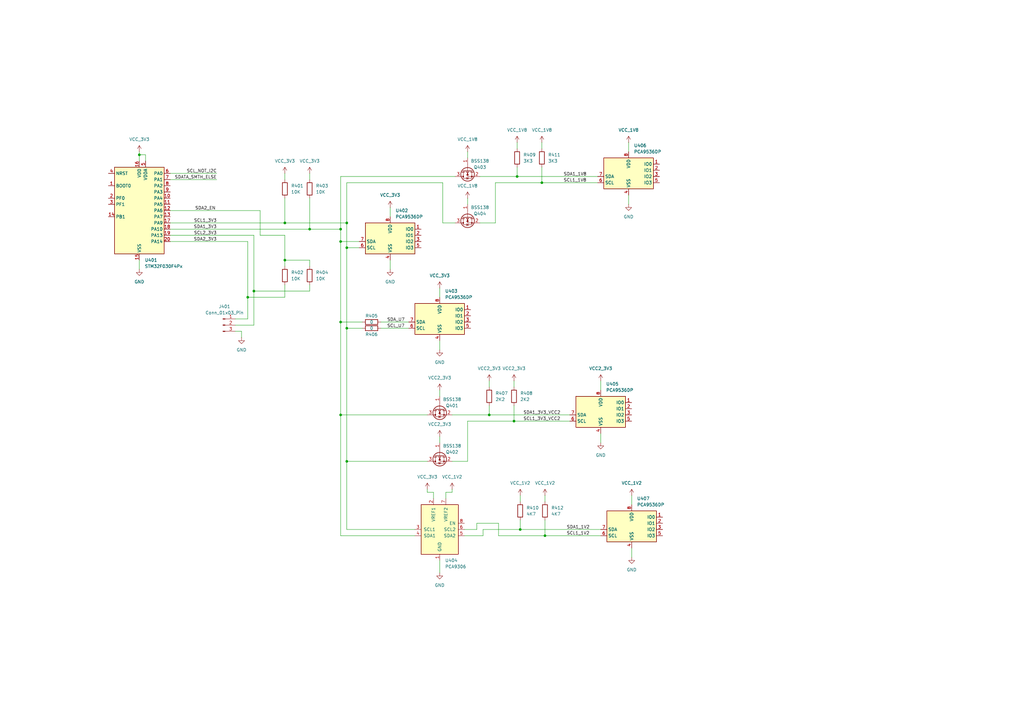
<source format=kicad_sch>
(kicad_sch (version 20231120) (generator "eeschema") (generator_version "8.0")
  (paper "A3")
  (lib_symbols
    (symbol "Connector:Conn_01x03_Pin" (pin_names (offset 1.016) hide)
      (property "Reference" "J" (at 0 5.08 0))
      (property "Value" "Conn_01x03_Pin" (at 0 -5.08 0))
      (symbol "Conn_01x03_Pin_1_1"
        (polyline (pts (xy 1.27 -2.54) (xy 0.8636 -2.54)) (stroke (width 0.1524)))
        (polyline (pts (xy 1.27 0) (xy 0.8636 0)) (stroke (width 0.1524)))
        (polyline (pts (xy 1.27 2.54) (xy 0.8636 2.54)) (stroke (width 0.1524)))
        (rectangle (start 0.8636 -2.413) (end 0 -2.667) (stroke (width 0.1524)) (fill (type outline)))
        (rectangle (start 0.8636 0.127) (end 0 -0.127) (stroke (width 0.1524)) (fill (type outline)))
        (rectangle (start 0.8636 2.667) (end 0 2.413) (stroke (width 0.1524)) (fill (type outline)))
        (pin passive line (at 5.08 2.54 180) (length 3.81) (name "Pin_1") (number "1"))
        (pin passive line (at 5.08 0 180) (length 3.81) (name "Pin_2") (number "2"))
        (pin passive line (at 5.08 -2.54 180) (length 3.81) (name "Pin_3") (number "3"))
      )
    )
    (symbol "Device:R" (pin_numbers hide) (pin_names (offset 0))
      (property "Reference" "R" (at 2.032 0 90))
      (property "Value" "R" (at 0 0 90))
      (symbol "R_0_1"
        (rectangle (start -1.016 -2.54) (end 1.016 2.54) (stroke (width 0.254)))
      )
      (symbol "R_1_1"
        (pin passive line (at 0 3.81 270) (length 1.27) (name "~") (number "1"))
        (pin passive line (at 0 -3.81 90) (length 1.27) (name "~") (number "2"))
      )
    )
    (symbol "Interface:PCA9306" (pin_names (offset 1.016))
      (property "Reference" "U" (at -7.62 11.43 0))
      (property "Value" "PCA9306" (at 5.08 11.43 0))
      (symbol "PCA9306_0_1"
        (rectangle (start -7.62 10.16) (end 7.62 -10.16) (stroke (width 0.254)) (fill (type background)))
      )
      (symbol "PCA9306_1_1"
        (pin power_in line (at 0 -12.7 90) (length 2.54) (name "GND") (number "1"))
        (pin power_in line (at -2.54 12.7 270) (length 2.54) (name "VREF1") (number "2"))
        (pin bidirectional line (at -10.16 0 0) (length 2.54) (name "SCL1") (number "3"))
        (pin bidirectional line (at -10.16 -2.54 0) (length 2.54) (name "SDA1") (number "4"))
        (pin bidirectional line (at 10.16 -2.54 180) (length 2.54) (name "SDA2") (number "5"))
        (pin bidirectional line (at 10.16 0 180) (length 2.54) (name "SCL2") (number "6"))
        (pin power_in line (at 2.54 12.7 270) (length 2.54) (name "VREF2") (number "7"))
        (pin input line (at 10.16 2.54 180) (length 2.54) (name "EN") (number "8"))
      )
    )
    (symbol "Interface_Expansion:PCA9536DP"
      (property "Reference" "U" (at -8.89 6.35 0))
      (property "Value" "PCA9536DP" (at 6.35 6.35 0))
      (symbol "PCA9536DP_0_1"
        (rectangle (start -10.16 5.08) (end 10.16 -7.62) (stroke (width 0.254)) (fill (type background)))
      )
      (symbol "PCA9536DP_1_1"
        (pin bidirectional line (at 12.7 2.54 180) (length 2.54) (name "IO0") (number "1"))
        (pin bidirectional line (at 12.7 0 180) (length 2.54) (name "IO1") (number "2"))
        (pin bidirectional line (at 12.7 -2.54 180) (length 2.54) (name "IO2") (number "3"))
        (pin power_in line (at 0 -10.16 90) (length 2.54) (name "VSS") (number "4"))
        (pin bidirectional line (at 12.7 -5.08 180) (length 2.54) (name "IO3") (number "5"))
        (pin input line (at -12.7 -5.08 0) (length 2.54) (name "SCL") (number "6"))
        (pin bidirectional line (at -12.7 -2.54 0) (length 2.54) (name "SDA") (number "7"))
        (pin power_in line (at 0 7.62 270) (length 2.54) (name "VDD") (number "8"))
      )
    )
    (symbol "MCU_ST_STM32F0:STM32F030F4Px"
      (property "Reference" "U" (at -10.16 19.05 0))
      (property "Value" "STM32F030F4Px" (at 5.08 19.05 0))
      (symbol "STM32F030F4Px_0_1"
        (rectangle (start -10.16 -17.78) (end 10.16 17.78) (stroke (width 0.254)) (fill (type background)))
      )
      (symbol "STM32F030F4Px_1_1"
        (pin input line (at -12.7 10.16 0) (length 2.54) (name "BOOT0") (number "1"))
        (pin bidirectional line (at 12.7 5.08 180) (length 2.54) (name "PA4") (number "10"))
        (pin bidirectional line (at 12.7 2.54 180) (length 2.54) (name "PA5") (number "11"))
        (pin bidirectional line (at 12.7 0 180) (length 2.54) (name "PA6") (number "12"))
        (pin bidirectional line (at 12.7 -2.54 180) (length 2.54) (name "PA7") (number "13"))
        (pin bidirectional line (at -12.7 -2.54 0) (length 2.54) (name "PB1") (number "14"))
        (pin power_in line (at 0 -20.32 90) (length 2.54) (name "VSS") (number "15"))
        (pin power_in line (at 0 20.32 270) (length 2.54) (name "VDD") (number "16"))
        (pin bidirectional line (at 12.7 -5.08 180) (length 2.54) (name "PA9") (number "17"))
        (pin bidirectional line (at 12.7 -7.62 180) (length 2.54) (name "PA10") (number "18"))
        (pin bidirectional line (at 12.7 -10.16 180) (length 2.54) (name "PA13") (number "19"))
        (pin bidirectional line (at -12.7 5.08 0) (length 2.54) (name "PF0") (number "2"))
        (pin bidirectional line (at 12.7 -12.7 180) (length 2.54) (name "PA14") (number "20"))
        (pin bidirectional line (at -12.7 2.54 0) (length 2.54) (name "PF1") (number "3"))
        (pin input line (at -12.7 15.24 0) (length 2.54) (name "NRST") (number "4"))
        (pin power_in line (at 2.54 20.32 270) (length 2.54) (name "VDDA") (number "5"))
        (pin bidirectional line (at 12.7 15.24 180) (length 2.54) (name "PA0") (number "6"))
        (pin bidirectional line (at 12.7 12.7 180) (length 2.54) (name "PA1") (number "7"))
        (pin bidirectional line (at 12.7 10.16 180) (length 2.54) (name "PA2") (number "8"))
        (pin bidirectional line (at 12.7 7.62 180) (length 2.54) (name "PA3") (number "9"))
      )
    )
    (symbol "Transistor_FET:BSS138" (pin_names hide)
      (property "Reference" "Q" (at 5.08 1.905 0))
      (property "Value" "BSS138" (at 5.08 0 0))
      (symbol "BSS138_0_1"
        (polyline (pts (xy 0.254 0) (xy -2.54 0)))
        (polyline (pts (xy 0.254 1.905) (xy 0.254 -1.905)) (stroke (width 0.254)))
        (polyline (pts (xy 0.762 -1.27) (xy 0.762 -2.286)) (stroke (width 0.254)))
        (polyline (pts (xy 0.762 0.508) (xy 0.762 -0.508)) (stroke (width 0.254)))
        (polyline (pts (xy 0.762 2.286) (xy 0.762 1.27)) (stroke (width 0.254)))
        (polyline (pts (xy 2.54 2.54) (xy 2.54 1.778)))
        (polyline (pts (xy 2.54 -2.54) (xy 2.54 0) (xy 0.762 0)))
        (polyline (pts (xy 0.762 -1.778) (xy 3.302 -1.778) (xy 3.302 1.778) (xy 0.762 1.778)))
        (polyline (pts (xy 1.016 0) (xy 2.032 0.381) (xy 2.032 -0.381) (xy 1.016 0)) (fill (type outline)))
        (polyline (pts (xy 2.794 0.508) (xy 2.921 0.381) (xy 3.683 0.381) (xy 3.81 0.254)))
        (polyline (pts (xy 3.302 0.381) (xy 2.921 -0.254) (xy 3.683 -0.254) (xy 3.302 0.381)))
        (circle (center 1.651 0) (radius 2.794) (stroke (width 0.254)))
        (circle (center 2.54 -1.778) (radius 0.254) (fill (type outline)))
        (circle (center 2.54 1.778) (radius 0.254) (fill (type outline)))
      )
      (symbol "BSS138_1_1"
        (pin input line (at -5.08 0 0) (length 2.54) (name "G") (number "1"))
        (pin passive line (at 2.54 -5.08 90) (length 2.54) (name "S") (number "2"))
        (pin passive line (at 2.54 5.08 270) (length 2.54) (name "D") (number "3"))
      )
    )
    (symbol "power:GND" (power) (pin_numbers hide) (pin_names (offset 0) hide)
      (property "Value" "GND" (at 0 -3.81 0))
      (symbol "GND_0_1"
        (polyline (pts (xy 0 0) (xy 0 -1.27) (xy 1.27 -1.27) (xy 0 -2.54) (xy -1.27 -1.27) (xy 0 -1.27)))
      )
      (symbol "GND_1_1"
        (pin power_in line (at 0 0 270) (length 0) (name "~") (number "1"))
      )
    )
    (symbol "power:VCC" (power) (pin_numbers hide) (pin_names (offset 0) hide)
      (property "Value" "VCC" (at 0 3.556 0))
      (symbol "VCC_0_1"
        (polyline (pts (xy -0.762 1.27) (xy 0 2.54)))
        (polyline (pts (xy 0 0) (xy 0 2.54)))
        (polyline (pts (xy 0 2.54) (xy 0.762 1.27)))
      )
      (symbol "VCC_1_1"
        (pin power_in line (at 0 0 90) (length 0) (name "~") (number "1"))
      )
    )
  )
  (junction (at 139.7 99.06))
  (junction (at 142.24 101.6))
  (junction (at 142.24 91.44))
  (junction (at 101.6 121.92))
  (junction (at 222.25 74.93))
  (junction (at 57.15 63.5))
  (junction (at 127 93.98))
  (junction (at 116.84 106.68))
  (junction (at 200.66 170.18))
  (junction (at 223.52 219.71))
  (junction (at 139.7 93.98))
  (junction (at 213.36 217.17))
  (junction (at 116.84 91.44))
  (junction (at 210.82 172.72))
  (junction (at 104.14 119.38))
  (junction (at 142.24 189.23))
  (junction (at 142.24 134.62))
  (junction (at 139.7 132.08))
  (junction (at 212.09 72.39))
  (junction (at 139.7 170.18))
  (wire (pts (xy 177.8 201.93) (xy 175.26 201.93)))
  (wire (pts (xy 170.18 219.71) (xy 139.7 219.71)))
  (wire (pts (xy 148.59 132.08) (xy 139.7 132.08)))
  (wire (pts (xy 213.36 213.36) (xy 213.36 217.17)))
  (wire (pts (xy 213.36 217.17) (xy 246.38 217.17)))
  (wire (pts (xy 196.85 72.39) (xy 212.09 72.39)))
  (wire (pts (xy 160.02 85.09) (xy 160.02 88.9)))
  (wire (pts (xy 182.88 201.93) (xy 185.42 201.93)))
  (wire (pts (xy 96.52 133.35) (xy 104.14 133.35)))
  (wire (pts (xy 104.14 96.52) (xy 104.14 119.38)))
  (wire (pts (xy 116.84 106.68) (xy 116.84 109.22)))
  (wire (pts (xy 139.7 99.06) (xy 139.7 93.98)))
  (wire (pts (xy 212.09 58.42) (xy 212.09 60.96)))
  (wire (pts (xy 96.52 135.89) (xy 99.06 135.89)))
  (wire (pts (xy 180.34 118.11) (xy 180.34 121.92)))
  (wire (pts (xy 180.34 229.87) (xy 180.34 234.95)))
  (wire (pts (xy 116.84 96.52) (xy 106.68 96.52)))
  (wire (pts (xy 142.24 101.6) (xy 147.32 101.6)))
  (wire (pts (xy 101.6 99.06) (xy 69.85 99.06)))
  (wire (pts (xy 212.09 72.39) (xy 245.11 72.39)))
  (wire (pts (xy 181.61 91.44) (xy 181.61 74.93)))
  (wire (pts (xy 116.84 91.44) (xy 142.24 91.44)))
  (wire (pts (xy 116.84 71.12) (xy 116.84 73.66)))
  (wire (pts (xy 59.69 66.04) (xy 59.69 63.5)))
  (wire (pts (xy 175.26 189.23) (xy 142.24 189.23)))
  (wire (pts (xy 127 119.38) (xy 127 116.84)))
  (wire (pts (xy 57.15 106.68) (xy 57.15 110.49)))
  (wire (pts (xy 180.34 179.07) (xy 180.34 181.61)))
  (wire (pts (xy 59.69 63.5) (xy 57.15 63.5)))
  (wire (pts (xy 223.52 203.2) (xy 223.52 205.74)))
  (wire (pts (xy 69.85 91.44) (xy 116.84 91.44)))
  (wire (pts (xy 170.18 217.17) (xy 142.24 217.17)))
  (wire (pts (xy 210.82 156.21) (xy 210.82 158.75)))
  (wire (pts (xy 259.08 224.79) (xy 259.08 228.6)))
  (wire (pts (xy 222.25 58.42) (xy 222.25 60.96)))
  (wire (pts (xy 69.85 86.36) (xy 106.68 86.36)))
  (wire (pts (xy 106.68 96.52) (xy 106.68 86.36)))
  (wire (pts (xy 116.84 81.28) (xy 116.84 91.44)))
  (wire (pts (xy 156.21 134.62) (xy 167.64 134.62)))
  (wire (pts (xy 181.61 74.93) (xy 142.24 74.93)))
  (wire (pts (xy 57.15 63.5) (xy 57.15 66.04)))
  (wire (pts (xy 142.24 217.17) (xy 142.24 189.23)))
  (wire (pts (xy 127 93.98) (xy 139.7 93.98)))
  (wire (pts (xy 139.7 72.39) (xy 186.69 72.39)))
  (wire (pts (xy 191.77 189.23) (xy 185.42 189.23)))
  (wire (pts (xy 222.25 74.93) (xy 203.2 74.93)))
  (wire (pts (xy 200.66 156.21) (xy 200.66 158.75)))
  (wire (pts (xy 203.2 91.44) (xy 196.85 91.44)))
  (wire (pts (xy 200.66 166.37) (xy 200.66 170.18)))
  (wire (pts (xy 116.84 106.68) (xy 127 106.68)))
  (wire (pts (xy 246.38 177.8) (xy 246.38 181.61)))
  (wire (pts (xy 139.7 219.71) (xy 139.7 170.18)))
  (wire (pts (xy 198.12 217.17) (xy 213.36 217.17)))
  (wire (pts (xy 142.24 74.93) (xy 142.24 91.44)))
  (wire (pts (xy 191.77 81.28) (xy 191.77 83.82)))
  (wire (pts (xy 177.8 204.47) (xy 177.8 201.93)))
  (wire (pts (xy 259.08 203.2) (xy 259.08 207.01)))
  (wire (pts (xy 191.77 172.72) (xy 191.77 189.23)))
  (wire (pts (xy 99.06 135.89) (xy 99.06 138.43)))
  (wire (pts (xy 142.24 134.62) (xy 148.59 134.62)))
  (wire (pts (xy 142.24 101.6) (xy 142.24 134.62)))
  (wire (pts (xy 104.14 119.38) (xy 127 119.38)))
  (wire (pts (xy 127 71.12) (xy 127 73.66)))
  (wire (pts (xy 116.84 116.84) (xy 116.84 121.92)))
  (wire (pts (xy 167.64 132.08) (xy 156.21 132.08)))
  (wire (pts (xy 185.42 170.18) (xy 200.66 170.18)))
  (wire (pts (xy 223.52 213.36) (xy 223.52 219.71)))
  (wire (pts (xy 101.6 130.81) (xy 101.6 121.92)))
  (wire (pts (xy 191.77 62.23) (xy 191.77 64.77)))
  (wire (pts (xy 101.6 121.92) (xy 101.6 99.06)))
  (wire (pts (xy 210.82 166.37) (xy 210.82 172.72)))
  (wire (pts (xy 180.34 139.7) (xy 180.34 143.51)))
  (wire (pts (xy 204.47 214.63) (xy 204.47 219.71)))
  (wire (pts (xy 213.36 203.2) (xy 213.36 205.74)))
  (wire (pts (xy 246.38 219.71) (xy 223.52 219.71)))
  (wire (pts (xy 210.82 172.72) (xy 233.68 172.72)))
  (wire (pts (xy 69.85 93.98) (xy 127 93.98)))
  (wire (pts (xy 210.82 172.72) (xy 191.77 172.72)))
  (wire (pts (xy 198.12 217.17) (xy 198.12 219.71)))
  (wire (pts (xy 116.84 106.68) (xy 116.84 96.52)))
  (wire (pts (xy 69.85 73.66) (xy 88.9 73.66)))
  (wire (pts (xy 200.66 170.18) (xy 233.68 170.18)))
  (wire (pts (xy 160.02 106.68) (xy 160.02 110.49)))
  (wire (pts (xy 185.42 201.93) (xy 185.42 200.66)))
  (wire (pts (xy 245.11 74.93) (xy 222.25 74.93)))
  (wire (pts (xy 139.7 170.18) (xy 139.7 132.08)))
  (wire (pts (xy 104.14 133.35) (xy 104.14 119.38)))
  (wire (pts (xy 142.24 91.44) (xy 142.24 101.6)))
  (wire (pts (xy 186.69 91.44) (xy 181.61 91.44)))
  (wire (pts (xy 195.58 217.17) (xy 195.58 214.63)))
  (wire (pts (xy 257.81 58.42) (xy 257.81 62.23)))
  (wire (pts (xy 195.58 214.63) (xy 204.47 214.63)))
  (wire (pts (xy 96.52 130.81) (xy 101.6 130.81)))
  (wire (pts (xy 203.2 74.93) (xy 203.2 91.44)))
  (wire (pts (xy 69.85 71.12) (xy 88.9 71.12)))
  (wire (pts (xy 139.7 72.39) (xy 139.7 93.98)))
  (wire (pts (xy 175.26 201.93) (xy 175.26 200.66)))
  (wire (pts (xy 182.88 204.47) (xy 182.88 201.93)))
  (wire (pts (xy 127 81.28) (xy 127 93.98)))
  (wire (pts (xy 142.24 189.23) (xy 142.24 134.62)))
  (wire (pts (xy 57.15 62.23) (xy 57.15 63.5)))
  (wire (pts (xy 147.32 99.06) (xy 139.7 99.06)))
  (wire (pts (xy 190.5 219.71) (xy 198.12 219.71)))
  (wire (pts (xy 69.85 96.52) (xy 104.14 96.52)))
  (wire (pts (xy 223.52 219.71) (xy 204.47 219.71)))
  (wire (pts (xy 257.81 80.01) (xy 257.81 83.82)))
  (wire (pts (xy 246.38 156.21) (xy 246.38 160.02)))
  (wire (pts (xy 127 106.68) (xy 127 109.22)))
  (wire (pts (xy 175.26 170.18) (xy 139.7 170.18)))
  (wire (pts (xy 212.09 68.58) (xy 212.09 72.39)))
  (wire (pts (xy 116.84 121.92) (xy 101.6 121.92)))
  (wire (pts (xy 139.7 99.06) (xy 139.7 132.08)))
  (wire (pts (xy 180.34 160.02) (xy 180.34 162.56)))
  (wire (pts (xy 190.5 217.17) (xy 195.58 217.17)))
  (wire (pts (xy 222.25 68.58) (xy 222.25 74.93)))
  (label "SDA2_EN" (at 80.01 86.36 0))
  (label "SDA1_3V3" (at 88.9 93.98 180))
  (label "SCL2_3V3" (at 88.9 96.52 180))
  (label "SDA2_3V3" (at 88.9 99.06 180))
  (label "SCL_NOT_I2C" (at 88.9 71.12 180))
  (label "SDA_U7" (at 158.75 132.08 0))
  (label "SDATA_SMTH_ELSE" (at 88.9 73.66 180))
  (label "SCL1_3V3_VCC2" (at 214.63 172.72 0))
  (label "SCL1_3V3" (at 88.9 91.44 180))
  (label "SCL1_1V8" (at 231.14 74.93 0))
  (label "SDA1_1V2" (at 232.41 217.17 0))
  (label "SCL1_1V2" (at 232.41 219.71 0))
  (label "SDA1_1V8" (at 231.14 72.39 0))
  (label "SCL_U7" (at 158.75 134.62 0))
  (label "SDA1_3V3_VCC2" (at 214.63 170.18 0))
  (symbol (lib_id "power:VCC") (at 160.02 85.09 0) (unit 1)
    (property "Reference" "#PWR0406" (effects (hide yes)))
    (property "Value" "VCC_3V3" (at 160.02 80.01 0))
    (property "Description" "Power symbol creates a global label with name \"VCC\"" (effects (hide yes)))
  )
  (symbol (lib_id "power:VCC") (at 191.77 81.28 0) (unit 1)
    (property "Reference" "#PWR0416" (effects (hide yes)))
    (property "Value" "VCC_1V8" (at 191.77 76.2 0))
    (property "Description" "Power symbol creates a global label with name \"VCC\"" (effects (hide yes)))
  )
  (symbol (lib_id "power:GND") (at 180.34 143.51 0) (unit 1)
    (property "Reference" "#PWR0410" (effects (hide yes)))
    (property "Value" "GND" (at 180.34 148.59 0))
    (property "Description" "Power symbol creates a global label with name \"GND\" , ground" (effects (hide yes)))
  )
  (symbol (lib_id "Interface_Expansion:PCA9536DP") (at 246.38 167.64 0) (unit 1)
    (property "Reference" "U405" (at 248.5741 157.48 0) (effects (justify left)))
    (property "Value" "PCA9536DP" (at 248.5741 160.02 0) (effects (justify left)))
    (property "Footprint" "Package_SO:TSSOP-8_3x3mm_P0.65mm" (effects (hide yes)))
    (property "Datasheet" "http://www.nxp.com/docs/en/data-sheet/PCA9536.pdf" (effects (hide yes)))
    (property "Description" "4-bit I2C-bus and SMBus IO port, TSSOP-8" (effects (hide yes)))
  )
  (symbol (lib_id "power:VCC") (at 57.15 62.23 0) (unit 1)
    (property "Reference" "#PWR0401" (effects (hide yes)))
    (property "Value" "VCC_3V3" (at 57.15 57.15 0))
    (property "Description" "Power symbol creates a global label with name \"VCC\"" (effects (hide yes)))
  )
  (symbol (lib_id "power:VCC") (at 185.42 200.66 0) (unit 1)
    (property "Reference" "#PWR0414" (effects (hide yes)))
    (property "Value" "VCC_1V2" (at 185.42 195.58 0))
    (property "Description" "Power symbol creates a global label with name \"VCC\"" (effects (hide yes)))
  )
  (symbol (lib_id "Device:R") (at 200.66 162.56 0) (unit 1)
    (property "Reference" "R407" (at 203.2 161.2899 0) (effects (justify left)))
    (property "Value" "2K2" (at 203.2 163.8299 0) (effects (justify left)))
    (property "Description" "Resistor" (effects (hide yes)))
  )
  (symbol (lib_id "Device:R") (at 127 77.47 0) (unit 1)
    (property "Reference" "R403" (at 129.54 76.1999 0) (effects (justify left)))
    (property "Value" "10K" (at 129.54 78.7399 0) (effects (justify left)))
    (property "Description" "Resistor" (effects (hide yes)))
  )
  (symbol (lib_id "Device:R") (at 223.52 209.55 0) (unit 1)
    (property "Reference" "R412" (at 226.06 208.2799 0) (effects (justify left)))
    (property "Value" "4K7" (at 226.06 210.8199 0) (effects (justify left)))
    (property "Description" "Resistor" (effects (hide yes)))
  )
  (symbol (lib_id "power:VCC") (at 180.34 179.07 0) (unit 1)
    (property "Reference" "#PWR0412" (effects (hide yes)))
    (property "Value" "VCC2_3V3" (at 180.34 173.99 0))
    (property "Description" "Power symbol creates a global label with name \"VCC\"" (effects (hide yes)))
  )
  (symbol (lib_id "Transistor_FET:BSS138") (at 191.77 88.9 90) (mirror x) (unit 1)
    (property "Reference" "Q404" (at 196.85 87.63 90))
    (property "Value" "BSS138" (at 196.85 85.09 90))
    (property "Footprint" "Package_TO_SOT_SMD:SOT-23" (effects (hide yes)))
    (property "Datasheet" "https://www.onsemi.com/pub/Collateral/BSS138-D.PDF" (effects (hide yes)))
    (property "Description" "50V Vds, 0.22A Id, N-Channel MOSFET, SOT-23" (effects (hide yes)))
  )
  (symbol (lib_id "Device:R") (at 213.36 209.55 0) (unit 1)
    (property "Reference" "R410" (at 215.9 208.2799 0) (effects (justify left)))
    (property "Value" "4K7" (at 215.9 210.8199 0) (effects (justify left)))
    (property "Description" "Resistor" (effects (hide yes)))
  )
  (symbol (lib_id "Interface_Expansion:PCA9536DP") (at 259.08 214.63 0) (unit 1)
    (property "Reference" "U407" (at 261.2741 204.47 0) (effects (justify left)))
    (property "Value" "PCA9536DP" (at 261.2741 207.01 0) (effects (justify left)))
    (property "Footprint" "Package_SO:TSSOP-8_3x3mm_P0.65mm" (effects (hide yes)))
    (property "Datasheet" "http://www.nxp.com/docs/en/data-sheet/PCA9536.pdf" (effects (hide yes)))
    (property "Description" "4-bit I2C-bus and SMBus IO port, TSSOP-8" (effects (hide yes)))
  )
  (symbol (lib_id "power:VCC") (at 200.66 156.21 0) (unit 1)
    (property "Reference" "#PWR0417" (effects (hide yes)))
    (property "Value" "VCC2_3V3" (at 200.66 151.13 0))
    (property "Description" "Power symbol creates a global label with name \"VCC\"" (effects (hide yes)))
  )
  (symbol (lib_id "power:VCC") (at 210.82 156.21 0) (unit 1)
    (property "Reference" "#PWR0418" (effects (hide yes)))
    (property "Value" "VCC2_3V3" (at 210.82 151.13 0))
    (property "Description" "Power symbol creates a global label with name \"VCC\"" (effects (hide yes)))
  )
  (symbol (lib_id "Device:R") (at 222.25 64.77 0) (unit 1)
    (property "Reference" "R411" (at 224.79 63.4999 0) (effects (justify left)))
    (property "Value" "3K3" (at 224.79 66.0399 0) (effects (justify left)))
    (property "Description" "Resistor" (effects (hide yes)))
  )
  (symbol (lib_id "Device:R") (at 116.84 113.03 0) (unit 1)
    (property "Reference" "R402" (at 119.38 111.7599 0) (effects (justify left)))
    (property "Value" "10K" (at 119.38 114.2999 0) (effects (justify left)))
    (property "Description" "Resistor" (effects (hide yes)))
  )
  (symbol (lib_id "power:GND") (at 99.06 138.43 0) (unit 1)
    (property "Reference" "#PWR0403" (effects (hide yes)))
    (property "Value" "GND" (at 99.06 143.51 0))
    (property "Description" "Power symbol creates a global label with name \"GND\" , ground" (effects (hide yes)))
  )
  (symbol (lib_id "power:VCC") (at 213.36 203.2 0) (unit 1)
    (property "Reference" "#PWR0420" (effects (hide yes)))
    (property "Value" "VCC_1V2" (at 213.36 198.12 0))
    (property "Description" "Power symbol creates a global label with name \"VCC\"" (effects (hide yes)))
  )
  (symbol (lib_id "power:VCC") (at 257.81 58.42 0) (unit 1)
    (property "Reference" "#PWR0425" (effects (hide yes)))
    (property "Value" "VCC_1V8" (at 257.81 53.34 0))
    (property "Description" "Power symbol creates a global label with name \"VCC\"" (effects (hide yes)))
  )
  (symbol (lib_id "power:GND") (at 259.08 228.6 0) (unit 1)
    (property "Reference" "#PWR0428" (effects (hide yes)))
    (property "Value" "GND" (at 259.08 233.68 0))
    (property "Description" "Power symbol creates a global label with name \"GND\" , ground" (effects (hide yes)))
  )
  (symbol (lib_id "Device:R") (at 210.82 162.56 0) (unit 1)
    (property "Reference" "R408" (at 213.36 161.2899 0) (effects (justify left)))
    (property "Value" "2K2" (at 213.36 163.8299 0) (effects (justify left)))
    (property "Description" "Resistor" (effects (hide yes)))
  )
  (symbol (lib_id "Connector:Conn_01x03_Pin") (at 91.44 133.35 0) (unit 1)
    (property "Reference" "J401" (at 92.075 125.73 0))
    (property "Value" "Conn_01x03_Pin" (at 92.075 128.27 0))
    (property "Description" "Generic connector, single row, 01x03, script generated" (effects (hide yes)))
  )
  (symbol (lib_id "Interface_Expansion:PCA9536DP") (at 180.34 129.54 0) (unit 1)
    (property "Reference" "U403" (at 182.5341 119.38 0) (effects (justify left)))
    (property "Value" "PCA9536DP" (at 182.5341 121.92 0) (effects (justify left)))
    (property "Footprint" "Package_SO:TSSOP-8_3x3mm_P0.65mm" (effects (hide yes)))
    (property "Datasheet" "http://www.nxp.com/docs/en/data-sheet/PCA9536.pdf" (effects (hide yes)))
    (property "Description" "4-bit I2C-bus and SMBus IO port, TSSOP-8" (effects (hide yes)))
  )
  (symbol (lib_id "power:VCC") (at 191.77 62.23 0) (unit 1)
    (property "Reference" "#PWR0415" (effects (hide yes)))
    (property "Value" "VCC_1V8" (at 191.77 57.15 0))
    (property "Description" "Power symbol creates a global label with name \"VCC\"" (effects (hide yes)))
  )
  (symbol (lib_id "power:VCC") (at 127 71.12 0) (unit 1)
    (property "Reference" "#PWR0405" (effects (hide yes)))
    (property "Value" "VCC_3V3" (at 127 66.04 0))
    (property "Description" "Power symbol creates a global label with name \"VCC\"" (effects (hide yes)))
  )
  (symbol (lib_id "power:VCC") (at 223.52 203.2 0) (unit 1)
    (property "Reference" "#PWR0422" (effects (hide yes)))
    (property "Value" "VCC_1V2" (at 223.52 198.12 0))
    (property "Description" "Power symbol creates a global label with name \"VCC\"" (effects (hide yes)))
  )
  (symbol (lib_id "Interface_Expansion:PCA9536DP") (at 257.81 69.85 0) (unit 1)
    (property "Reference" "U406" (at 260.0041 59.69 0) (effects (justify left)))
    (property "Value" "PCA9536DP" (at 260.0041 62.23 0) (effects (justify left)))
    (property "Footprint" "Package_SO:TSSOP-8_3x3mm_P0.65mm" (effects (hide yes)))
    (property "Datasheet" "http://www.nxp.com/docs/en/data-sheet/PCA9536.pdf" (effects (hide yes)))
    (property "Description" "4-bit I2C-bus and SMBus IO port, TSSOP-8" (effects (hide yes)))
  )
  (symbol (lib_id "power:VCC") (at 259.08 203.2 0) (unit 1)
    (property "Reference" "#PWR0427" (effects (hide yes)))
    (property "Value" "VCC_1V2" (at 259.08 198.12 0))
    (property "Description" "Power symbol creates a global label with name \"VCC\"" (effects (hide yes)))
  )
  (symbol (lib_id "Transistor_FET:BSS138") (at 180.34 167.64 90) (mirror x) (unit 1)
    (property "Reference" "Q401" (at 185.42 166.37 90))
    (property "Value" "BSS138" (at 185.42 163.83 90))
    (property "Footprint" "Package_TO_SOT_SMD:SOT-23" (effects (hide yes)))
    (property "Datasheet" "https://www.onsemi.com/pub/Collateral/BSS138-D.PDF" (effects (hide yes)))
    (property "Description" "50V Vds, 0.22A Id, N-Channel MOSFET, SOT-23" (effects (hide yes)))
  )
  (symbol (lib_id "power:VCC") (at 212.09 58.42 0) (unit 1)
    (property "Reference" "#PWR0419" (effects (hide yes)))
    (property "Value" "VCC_1V8" (at 212.09 53.34 0))
    (property "Description" "Power symbol creates a global label with name \"VCC\"" (effects (hide yes)))
  )
  (symbol (lib_id "MCU_ST_STM32F0:STM32F030F4Px") (at 57.15 86.36 0) (unit 1)
    (property "Reference" "U401" (at 59.3441 106.68 0) (effects (justify left)))
    (property "Value" "STM32F030F4Px" (at 59.3441 109.22 0) (effects (justify left)))
    (property "Footprint" "Package_SO:TSSOP-20_4.4x6.5mm_P0.65mm" (effects (hide yes)))
    (property "Datasheet" "https://www.st.com/resource/en/datasheet/stm32f030f4.pdf" (effects (hide yes)))
    (property "Description" "STMicroelectronics Arm Cortex-M0 MCU, 16KB flash, 4KB RAM, 48 MHz, 2.4-3.6V, 15 GPIO, TSSOP20" (effects (hide yes)))
  )
  (symbol (lib_id "Transistor_FET:BSS138") (at 191.77 69.85 90) (mirror x) (unit 1)
    (property "Reference" "Q403" (at 196.85 68.58 90))
    (property "Value" "BSS138" (at 196.85 66.04 90))
    (property "Footprint" "Package_TO_SOT_SMD:SOT-23" (effects (hide yes)))
    (property "Datasheet" "https://www.onsemi.com/pub/Collateral/BSS138-D.PDF" (effects (hide yes)))
    (property "Description" "50V Vds, 0.22A Id, N-Channel MOSFET, SOT-23" (effects (hide yes)))
  )
  (symbol (lib_id "power:VCC") (at 175.26 200.66 0) (unit 1)
    (property "Reference" "#PWR0408" (effects (hide yes)))
    (property "Value" "VCC_3V3" (at 175.26 195.58 0))
    (property "Description" "Power symbol creates a global label with name \"VCC\"" (effects (hide yes)))
  )
  (symbol (lib_id "Device:R") (at 152.4 134.62 90) (unit 1)
    (property "Reference" "R406" (at 152.4 137.16 90))
    (property "Value" "0" (at 152.4 134.62 90))
    (property "Description" "Resistor" (effects (hide yes)))
  )
  (symbol (lib_id "Interface_Expansion:PCA9536DP") (at 160.02 96.52 0) (unit 1)
    (property "Reference" "U402" (at 162.2141 86.36 0) (effects (justify left)))
    (property "Value" "PCA9536DP" (at 162.2141 88.9 0) (effects (justify left)))
    (property "Footprint" "Package_SO:TSSOP-8_3x3mm_P0.65mm" (effects (hide yes)))
    (property "Datasheet" "http://www.nxp.com/docs/en/data-sheet/PCA9536.pdf" (effects (hide yes)))
    (property "Description" "4-bit I2C-bus and SMBus IO port, TSSOP-8" (effects (hide yes)))
  )
  (symbol (lib_id "power:VCC") (at 246.38 156.21 0) (unit 1)
    (property "Reference" "#PWR0423" (effects (hide yes)))
    (property "Value" "VCC2_3V3" (at 246.38 151.13 0))
    (property "Description" "Power symbol creates a global label with name \"VCC\"" (effects (hide yes)))
  )
  (symbol (lib_id "power:GND") (at 160.02 110.49 0) (unit 1)
    (property "Reference" "#PWR0407" (effects (hide yes)))
    (property "Value" "GND" (at 160.02 115.57 0))
    (property "Description" "Power symbol creates a global label with name \"GND\" , ground" (effects (hide yes)))
  )
  (symbol (lib_id "power:GND") (at 246.38 181.61 0) (unit 1)
    (property "Reference" "#PWR0424" (effects (hide yes)))
    (property "Value" "GND" (at 246.38 186.69 0))
    (property "Description" "Power symbol creates a global label with name \"GND\" , ground" (effects (hide yes)))
  )
  (symbol (lib_id "Device:R") (at 152.4 132.08 90) (unit 1)
    (property "Reference" "R405" (at 152.4 129.54 90))
    (property "Value" "0" (at 152.4 132.08 90))
    (property "Description" "Resistor" (effects (hide yes)))
  )
  (symbol (lib_id "Device:R") (at 127 113.03 0) (unit 1)
    (property "Reference" "R404" (at 129.54 111.7599 0) (effects (justify left)))
    (property "Value" "10K" (at 129.54 114.2999 0) (effects (justify left)))
    (property "Description" "Resistor" (effects (hide yes)))
  )
  (symbol (lib_id "power:VCC") (at 116.84 71.12 0) (unit 1)
    (property "Reference" "#PWR0404" (effects (hide yes)))
    (property "Value" "VCC_3V3" (at 116.84 66.04 0))
    (property "Description" "Power symbol creates a global label with name \"VCC\"" (effects (hide yes)))
  )
  (symbol (lib_id "power:GND") (at 257.81 83.82 0) (unit 1)
    (property "Reference" "#PWR0426" (effects (hide yes)))
    (property "Value" "GND" (at 257.81 88.9 0))
    (property "Description" "Power symbol creates a global label with name \"GND\" , ground" (effects (hide yes)))
  )
  (symbol (lib_id "Device:R") (at 116.84 77.47 0) (unit 1)
    (property "Reference" "R401" (at 119.38 76.1999 0) (effects (justify left)))
    (property "Value" "10K" (at 119.38 78.7399 0) (effects (justify left)))
    (property "Description" "Resistor" (effects (hide yes)))
  )
  (symbol (lib_id "power:VCC") (at 180.34 118.11 0) (unit 1)
    (property "Reference" "#PWR0409" (effects (hide yes)))
    (property "Value" "VCC_3V3" (at 180.34 113.03 0))
    (property "Description" "Power symbol creates a global label with name \"VCC\"" (effects (hide yes)))
  )
  (symbol (lib_id "Transistor_FET:BSS138") (at 180.34 186.69 90) (mirror x) (unit 1)
    (property "Reference" "Q402" (at 185.42 185.42 90))
    (property "Value" "BSS138" (at 185.42 182.88 90))
    (property "Footprint" "Package_TO_SOT_SMD:SOT-23" (effects (hide yes)))
    (property "Datasheet" "https://www.onsemi.com/pub/Collateral/BSS138-D.PDF" (effects (hide yes)))
    (property "Description" "50V Vds, 0.22A Id, N-Channel MOSFET, SOT-23" (effects (hide yes)))
  )
  (symbol (lib_id "power:VCC") (at 222.25 58.42 0) (unit 1)
    (property "Reference" "#PWR0421" (effects (hide yes)))
    (property "Value" "VCC_1V8" (at 222.25 53.34 0))
    (property "Description" "Power symbol creates a global label with name \"VCC\"" (effects (hide yes)))
  )
  (symbol (lib_id "Device:R") (at 212.09 64.77 0) (unit 1)
    (property "Reference" "R409" (at 214.63 63.4999 0) (effects (justify left)))
    (property "Value" "3K3" (at 214.63 66.0399 0) (effects (justify left)))
    (property "Description" "Resistor" (effects (hide yes)))
  )
  (symbol (lib_id "power:GND") (at 57.15 110.49 0) (unit 1)
    (property "Reference" "#PWR0402" (effects (hide yes)))
    (property "Value" "GND" (at 57.15 115.57 0))
    (property "Description" "Power symbol creates a global label with name \"GND\" , ground" (effects (hide yes)))
  )
  (symbol (lib_id "power:GND") (at 180.34 234.95 0) (unit 1)
    (property "Reference" "#PWR0413" (effects (hide yes)))
    (property "Value" "GND" (at 180.34 240.03 0))
    (property "Description" "Power symbol creates a global label with name \"GND\" , ground" (effects (hide yes)))
  )
  (symbol (lib_id "Interface:PCA9306") (at 180.34 217.17 0) (unit 1)
    (property "Reference" "U404" (at 182.5341 229.87 0) (effects (justify left)))
    (property "Value" "PCA9306" (at 182.5341 232.41 0) (effects (justify left)))
    (property "Datasheet" "http://www.ti.com/lit/ds/symlink/pca9306.pdf" (effects (hide yes)))
    (property "Description" "Dual bidirectional I2C Bus and SMBus voltage level translator" (effects (hide yes)))
  )
  (symbol (lib_id "power:VCC") (at 180.34 160.02 0) (unit 1)
    (property "Reference" "#PWR0411" (effects (hide yes)))
    (property "Value" "VCC2_3V3" (at 180.34 154.94 0))
    (property "Description" "Power symbol creates a global label with name \"VCC\"" (effects (hide yes)))
  )
)
</source>
